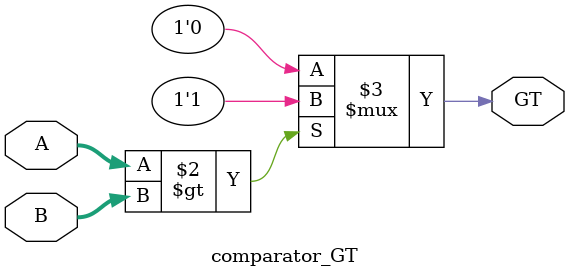
<source format=v>
`timescale 1ns / 1ps


module comparator_GT #(parameter Data_Width = 4)(
    input [Data_Width - 1:0] A, B,
    output reg GT
    );
    
    always@(A or B)
        begin
            GT <= 1'b0;
            if(A>B)
                GT <= 1'b1;
        end
endmodule

</source>
